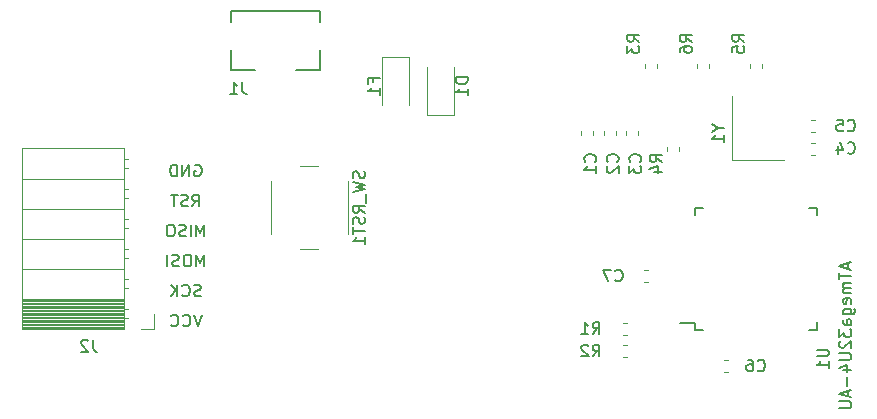
<source format=gbo>
G04 #@! TF.GenerationSoftware,KiCad,Pcbnew,(5.0.0)*
G04 #@! TF.CreationDate,2018-12-24T14:00:07+09:00*
G04 #@! TF.ProjectId,mykeyboard,6D796B6579626F6172642E6B69636164,rev?*
G04 #@! TF.SameCoordinates,Original*
G04 #@! TF.FileFunction,Legend,Bot*
G04 #@! TF.FilePolarity,Positive*
%FSLAX46Y46*%
G04 Gerber Fmt 4.6, Leading zero omitted, Abs format (unit mm)*
G04 Created by KiCad (PCBNEW (5.0.0)) date 12/24/18 14:00:07*
%MOMM*%
%LPD*%
G01*
G04 APERTURE LIST*
%ADD10C,0.150000*%
%ADD11C,0.120000*%
G04 APERTURE END LIST*
D10*
X136691666Y-66247142D02*
X136691666Y-66723333D01*
X136977380Y-66151904D02*
X135977380Y-66485238D01*
X136977380Y-66818571D01*
X135977380Y-67009047D02*
X135977380Y-67580476D01*
X136977380Y-67294761D02*
X135977380Y-67294761D01*
X136977380Y-67913809D02*
X136310714Y-67913809D01*
X136405952Y-67913809D02*
X136358333Y-67961428D01*
X136310714Y-68056666D01*
X136310714Y-68199523D01*
X136358333Y-68294761D01*
X136453571Y-68342380D01*
X136977380Y-68342380D01*
X136453571Y-68342380D02*
X136358333Y-68390000D01*
X136310714Y-68485238D01*
X136310714Y-68628095D01*
X136358333Y-68723333D01*
X136453571Y-68770952D01*
X136977380Y-68770952D01*
X136929761Y-69628095D02*
X136977380Y-69532857D01*
X136977380Y-69342380D01*
X136929761Y-69247142D01*
X136834523Y-69199523D01*
X136453571Y-69199523D01*
X136358333Y-69247142D01*
X136310714Y-69342380D01*
X136310714Y-69532857D01*
X136358333Y-69628095D01*
X136453571Y-69675714D01*
X136548809Y-69675714D01*
X136644047Y-69199523D01*
X136310714Y-70532857D02*
X137120238Y-70532857D01*
X137215476Y-70485238D01*
X137263095Y-70437619D01*
X137310714Y-70342380D01*
X137310714Y-70199523D01*
X137263095Y-70104285D01*
X136929761Y-70532857D02*
X136977380Y-70437619D01*
X136977380Y-70247142D01*
X136929761Y-70151904D01*
X136882142Y-70104285D01*
X136786904Y-70056666D01*
X136501190Y-70056666D01*
X136405952Y-70104285D01*
X136358333Y-70151904D01*
X136310714Y-70247142D01*
X136310714Y-70437619D01*
X136358333Y-70532857D01*
X136977380Y-71437619D02*
X136453571Y-71437619D01*
X136358333Y-71390000D01*
X136310714Y-71294761D01*
X136310714Y-71104285D01*
X136358333Y-71009047D01*
X136929761Y-71437619D02*
X136977380Y-71342380D01*
X136977380Y-71104285D01*
X136929761Y-71009047D01*
X136834523Y-70961428D01*
X136739285Y-70961428D01*
X136644047Y-71009047D01*
X136596428Y-71104285D01*
X136596428Y-71342380D01*
X136548809Y-71437619D01*
X135977380Y-71818571D02*
X135977380Y-72437619D01*
X136358333Y-72104285D01*
X136358333Y-72247142D01*
X136405952Y-72342380D01*
X136453571Y-72390000D01*
X136548809Y-72437619D01*
X136786904Y-72437619D01*
X136882142Y-72390000D01*
X136929761Y-72342380D01*
X136977380Y-72247142D01*
X136977380Y-71961428D01*
X136929761Y-71866190D01*
X136882142Y-71818571D01*
X136072619Y-72818571D02*
X136025000Y-72866190D01*
X135977380Y-72961428D01*
X135977380Y-73199523D01*
X136025000Y-73294761D01*
X136072619Y-73342380D01*
X136167857Y-73390000D01*
X136263095Y-73390000D01*
X136405952Y-73342380D01*
X136977380Y-72770952D01*
X136977380Y-73390000D01*
X135977380Y-73818571D02*
X136786904Y-73818571D01*
X136882142Y-73866190D01*
X136929761Y-73913809D01*
X136977380Y-74009047D01*
X136977380Y-74199523D01*
X136929761Y-74294761D01*
X136882142Y-74342380D01*
X136786904Y-74390000D01*
X135977380Y-74390000D01*
X136310714Y-75294761D02*
X136977380Y-75294761D01*
X135929761Y-75056666D02*
X136644047Y-74818571D01*
X136644047Y-75437619D01*
X136596428Y-75818571D02*
X136596428Y-76580476D01*
X136691666Y-77009047D02*
X136691666Y-77485238D01*
X136977380Y-76913809D02*
X135977380Y-77247142D01*
X136977380Y-77580476D01*
X135977380Y-77913809D02*
X136786904Y-77913809D01*
X136882142Y-77961428D01*
X136929761Y-78009047D01*
X136977380Y-78104285D01*
X136977380Y-78294761D01*
X136929761Y-78389999D01*
X136882142Y-78437619D01*
X136786904Y-78485238D01*
X135977380Y-78485238D01*
X81406904Y-57920000D02*
X81502142Y-57872380D01*
X81645000Y-57872380D01*
X81787857Y-57920000D01*
X81883095Y-58015238D01*
X81930714Y-58110476D01*
X81978333Y-58300952D01*
X81978333Y-58443809D01*
X81930714Y-58634285D01*
X81883095Y-58729523D01*
X81787857Y-58824761D01*
X81645000Y-58872380D01*
X81549761Y-58872380D01*
X81406904Y-58824761D01*
X81359285Y-58777142D01*
X81359285Y-58443809D01*
X81549761Y-58443809D01*
X80930714Y-58872380D02*
X80930714Y-57872380D01*
X80359285Y-58872380D01*
X80359285Y-57872380D01*
X79883095Y-58872380D02*
X79883095Y-57872380D01*
X79645000Y-57872380D01*
X79502142Y-57920000D01*
X79406904Y-58015238D01*
X79359285Y-58110476D01*
X79311666Y-58300952D01*
X79311666Y-58443809D01*
X79359285Y-58634285D01*
X79406904Y-58729523D01*
X79502142Y-58824761D01*
X79645000Y-58872380D01*
X79883095Y-58872380D01*
X81192619Y-61412380D02*
X81525952Y-60936190D01*
X81764047Y-61412380D02*
X81764047Y-60412380D01*
X81383095Y-60412380D01*
X81287857Y-60460000D01*
X81240238Y-60507619D01*
X81192619Y-60602857D01*
X81192619Y-60745714D01*
X81240238Y-60840952D01*
X81287857Y-60888571D01*
X81383095Y-60936190D01*
X81764047Y-60936190D01*
X80811666Y-61364761D02*
X80668809Y-61412380D01*
X80430714Y-61412380D01*
X80335476Y-61364761D01*
X80287857Y-61317142D01*
X80240238Y-61221904D01*
X80240238Y-61126666D01*
X80287857Y-61031428D01*
X80335476Y-60983809D01*
X80430714Y-60936190D01*
X80621190Y-60888571D01*
X80716428Y-60840952D01*
X80764047Y-60793333D01*
X80811666Y-60698095D01*
X80811666Y-60602857D01*
X80764047Y-60507619D01*
X80716428Y-60460000D01*
X80621190Y-60412380D01*
X80383095Y-60412380D01*
X80240238Y-60460000D01*
X79954523Y-60412380D02*
X79383095Y-60412380D01*
X79668809Y-61412380D02*
X79668809Y-60412380D01*
X82216428Y-63952380D02*
X82216428Y-62952380D01*
X81883095Y-63666666D01*
X81549761Y-62952380D01*
X81549761Y-63952380D01*
X81073571Y-63952380D02*
X81073571Y-62952380D01*
X80645000Y-63904761D02*
X80502142Y-63952380D01*
X80264047Y-63952380D01*
X80168809Y-63904761D01*
X80121190Y-63857142D01*
X80073571Y-63761904D01*
X80073571Y-63666666D01*
X80121190Y-63571428D01*
X80168809Y-63523809D01*
X80264047Y-63476190D01*
X80454523Y-63428571D01*
X80549761Y-63380952D01*
X80597380Y-63333333D01*
X80645000Y-63238095D01*
X80645000Y-63142857D01*
X80597380Y-63047619D01*
X80549761Y-63000000D01*
X80454523Y-62952380D01*
X80216428Y-62952380D01*
X80073571Y-63000000D01*
X79454523Y-62952380D02*
X79264047Y-62952380D01*
X79168809Y-63000000D01*
X79073571Y-63095238D01*
X79025952Y-63285714D01*
X79025952Y-63619047D01*
X79073571Y-63809523D01*
X79168809Y-63904761D01*
X79264047Y-63952380D01*
X79454523Y-63952380D01*
X79549761Y-63904761D01*
X79645000Y-63809523D01*
X79692619Y-63619047D01*
X79692619Y-63285714D01*
X79645000Y-63095238D01*
X79549761Y-63000000D01*
X79454523Y-62952380D01*
X82216428Y-66492380D02*
X82216428Y-65492380D01*
X81883095Y-66206666D01*
X81549761Y-65492380D01*
X81549761Y-66492380D01*
X80883095Y-65492380D02*
X80692619Y-65492380D01*
X80597380Y-65540000D01*
X80502142Y-65635238D01*
X80454523Y-65825714D01*
X80454523Y-66159047D01*
X80502142Y-66349523D01*
X80597380Y-66444761D01*
X80692619Y-66492380D01*
X80883095Y-66492380D01*
X80978333Y-66444761D01*
X81073571Y-66349523D01*
X81121190Y-66159047D01*
X81121190Y-65825714D01*
X81073571Y-65635238D01*
X80978333Y-65540000D01*
X80883095Y-65492380D01*
X80073571Y-66444761D02*
X79930714Y-66492380D01*
X79692619Y-66492380D01*
X79597380Y-66444761D01*
X79549761Y-66397142D01*
X79502142Y-66301904D01*
X79502142Y-66206666D01*
X79549761Y-66111428D01*
X79597380Y-66063809D01*
X79692619Y-66016190D01*
X79883095Y-65968571D01*
X79978333Y-65920952D01*
X80025952Y-65873333D01*
X80073571Y-65778095D01*
X80073571Y-65682857D01*
X80025952Y-65587619D01*
X79978333Y-65540000D01*
X79883095Y-65492380D01*
X79645000Y-65492380D01*
X79502142Y-65540000D01*
X79073571Y-66492380D02*
X79073571Y-65492380D01*
X81930714Y-68984761D02*
X81787857Y-69032380D01*
X81549761Y-69032380D01*
X81454523Y-68984761D01*
X81406904Y-68937142D01*
X81359285Y-68841904D01*
X81359285Y-68746666D01*
X81406904Y-68651428D01*
X81454523Y-68603809D01*
X81549761Y-68556190D01*
X81740238Y-68508571D01*
X81835476Y-68460952D01*
X81883095Y-68413333D01*
X81930714Y-68318095D01*
X81930714Y-68222857D01*
X81883095Y-68127619D01*
X81835476Y-68080000D01*
X81740238Y-68032380D01*
X81502142Y-68032380D01*
X81359285Y-68080000D01*
X80359285Y-68937142D02*
X80406904Y-68984761D01*
X80549761Y-69032380D01*
X80645000Y-69032380D01*
X80787857Y-68984761D01*
X80883095Y-68889523D01*
X80930714Y-68794285D01*
X80978333Y-68603809D01*
X80978333Y-68460952D01*
X80930714Y-68270476D01*
X80883095Y-68175238D01*
X80787857Y-68080000D01*
X80645000Y-68032380D01*
X80549761Y-68032380D01*
X80406904Y-68080000D01*
X80359285Y-68127619D01*
X79930714Y-69032380D02*
X79930714Y-68032380D01*
X79359285Y-69032380D02*
X79787857Y-68460952D01*
X79359285Y-68032380D02*
X79930714Y-68603809D01*
X81978333Y-70572380D02*
X81645000Y-71572380D01*
X81311666Y-70572380D01*
X80406904Y-71477142D02*
X80454523Y-71524761D01*
X80597380Y-71572380D01*
X80692619Y-71572380D01*
X80835476Y-71524761D01*
X80930714Y-71429523D01*
X80978333Y-71334285D01*
X81025952Y-71143809D01*
X81025952Y-71000952D01*
X80978333Y-70810476D01*
X80930714Y-70715238D01*
X80835476Y-70620000D01*
X80692619Y-70572380D01*
X80597380Y-70572380D01*
X80454523Y-70620000D01*
X80406904Y-70667619D01*
X79406904Y-71477142D02*
X79454523Y-71524761D01*
X79597380Y-71572380D01*
X79692619Y-71572380D01*
X79835476Y-71524761D01*
X79930714Y-71429523D01*
X79978333Y-71334285D01*
X80025952Y-71143809D01*
X80025952Y-71000952D01*
X79978333Y-70810476D01*
X79930714Y-70715238D01*
X79835476Y-70620000D01*
X79692619Y-70572380D01*
X79597380Y-70572380D01*
X79454523Y-70620000D01*
X79406904Y-70667619D01*
D11*
G04 #@! TO.C,Y1*
X126875000Y-57490000D02*
X126875000Y-52090000D01*
X131275000Y-57490000D02*
X126875000Y-57490000D01*
G04 #@! TO.C,SW_RST1*
X90345000Y-58020000D02*
X91845000Y-58020000D01*
X94345000Y-59270000D02*
X94345000Y-63770000D01*
X91845000Y-65020000D02*
X90345000Y-65020000D01*
X87845000Y-63770000D02*
X87845000Y-59270000D01*
G04 #@! TO.C,J2*
X76835000Y-71815000D02*
X77945000Y-71815000D01*
X77945000Y-71815000D02*
X77945000Y-70485000D01*
X66745000Y-71815000D02*
X66745000Y-56455000D01*
X66745000Y-56455000D02*
X75375000Y-56455000D01*
X75375000Y-71815000D02*
X75375000Y-56455000D01*
X66745000Y-71815000D02*
X75375000Y-71815000D01*
X66745000Y-59055000D02*
X75375000Y-59055000D01*
X66745000Y-61595000D02*
X75375000Y-61595000D01*
X66745000Y-64135000D02*
X75375000Y-64135000D01*
X66745000Y-66675000D02*
X75375000Y-66675000D01*
X66745000Y-69215000D02*
X75375000Y-69215000D01*
X75375000Y-57425000D02*
X75785000Y-57425000D01*
X75375000Y-58145000D02*
X75785000Y-58145000D01*
X75375000Y-59965000D02*
X75785000Y-59965000D01*
X75375000Y-60685000D02*
X75785000Y-60685000D01*
X75375000Y-62505000D02*
X75785000Y-62505000D01*
X75375000Y-63225000D02*
X75785000Y-63225000D01*
X75375000Y-65045000D02*
X75785000Y-65045000D01*
X75375000Y-65765000D02*
X75785000Y-65765000D01*
X75375000Y-67585000D02*
X75785000Y-67585000D01*
X75375000Y-68305000D02*
X75785000Y-68305000D01*
X75375000Y-70125000D02*
X75725000Y-70125000D01*
X75375000Y-70845000D02*
X75725000Y-70845000D01*
X66745000Y-69333100D02*
X75375000Y-69333100D01*
X66745000Y-69451195D02*
X75375000Y-69451195D01*
X66745000Y-69569290D02*
X75375000Y-69569290D01*
X66745000Y-69687385D02*
X75375000Y-69687385D01*
X66745000Y-69805480D02*
X75375000Y-69805480D01*
X66745000Y-69923575D02*
X75375000Y-69923575D01*
X66745000Y-70041670D02*
X75375000Y-70041670D01*
X66745000Y-70159765D02*
X75375000Y-70159765D01*
X66745000Y-70277860D02*
X75375000Y-70277860D01*
X66745000Y-70395955D02*
X75375000Y-70395955D01*
X66745000Y-70514050D02*
X75375000Y-70514050D01*
X66745000Y-70632145D02*
X75375000Y-70632145D01*
X66745000Y-70750240D02*
X75375000Y-70750240D01*
X66745000Y-70868335D02*
X75375000Y-70868335D01*
X66745000Y-70986430D02*
X75375000Y-70986430D01*
X66745000Y-71104525D02*
X75375000Y-71104525D01*
X66745000Y-71222620D02*
X75375000Y-71222620D01*
X66745000Y-71340715D02*
X75375000Y-71340715D01*
X66745000Y-71458810D02*
X75375000Y-71458810D01*
X66745000Y-71576905D02*
X75375000Y-71576905D01*
X66745000Y-71695000D02*
X75375000Y-71695000D01*
D10*
G04 #@! TO.C,J1*
X92015000Y-49840000D02*
X92015000Y-48190000D01*
X84515000Y-49840000D02*
X84515000Y-48190000D01*
X84515000Y-49840000D02*
X86515000Y-49840000D01*
X92015000Y-45790000D02*
X92015000Y-44840000D01*
X90015000Y-49840000D02*
X92015000Y-49840000D01*
X84515000Y-44840000D02*
X84515000Y-45790000D01*
X92015000Y-44840000D02*
X84515000Y-44840000D01*
D11*
G04 #@! TO.C,C1*
X115148024Y-55056242D02*
X115148024Y-55398776D01*
X114128024Y-55056242D02*
X114128024Y-55398776D01*
G04 #@! TO.C,C2*
X117053024Y-55056242D02*
X117053024Y-55398776D01*
X116033024Y-55056242D02*
X116033024Y-55398776D01*
G04 #@! TO.C,C3*
X117938024Y-55056242D02*
X117938024Y-55398776D01*
X118958024Y-55056242D02*
X118958024Y-55398776D01*
G04 #@! TO.C,C4*
X133573733Y-57025000D02*
X133916267Y-57025000D01*
X133573733Y-56005000D02*
X133916267Y-56005000D01*
G04 #@! TO.C,C5*
X133573733Y-54100000D02*
X133916267Y-54100000D01*
X133573733Y-55120000D02*
X133916267Y-55120000D01*
G04 #@! TO.C,C6*
X126536267Y-74420000D02*
X126193733Y-74420000D01*
X126536267Y-75440000D02*
X126193733Y-75440000D01*
G04 #@! TO.C,C7*
X119791267Y-66800000D02*
X119448733Y-66800000D01*
X119791267Y-67820000D02*
X119448733Y-67820000D01*
G04 #@! TO.C,D1*
X101100000Y-53677500D02*
X101100000Y-49617500D01*
X103370000Y-53677500D02*
X101100000Y-53677500D01*
X103370000Y-49617500D02*
X103370000Y-53677500D01*
G04 #@! TO.C,F1*
X97290000Y-52817500D02*
X97290000Y-48757500D01*
X97290000Y-48757500D02*
X99560000Y-48757500D01*
X99560000Y-48757500D02*
X99560000Y-52817500D01*
G04 #@! TO.C,R1*
X117698733Y-72265000D02*
X118041267Y-72265000D01*
X117698733Y-71245000D02*
X118041267Y-71245000D01*
G04 #@! TO.C,R2*
X117698733Y-73150000D02*
X118041267Y-73150000D01*
X117698733Y-74170000D02*
X118041267Y-74170000D01*
G04 #@! TO.C,R3*
X119505000Y-49358733D02*
X119505000Y-49701267D01*
X120525000Y-49358733D02*
X120525000Y-49701267D01*
G04 #@! TO.C,R4*
X122430000Y-56343733D02*
X122430000Y-56686267D01*
X121410000Y-56343733D02*
X121410000Y-56686267D01*
G04 #@! TO.C,R5*
X129415000Y-49358733D02*
X129415000Y-49701267D01*
X128395000Y-49358733D02*
X128395000Y-49701267D01*
G04 #@! TO.C,R6*
X123950000Y-49358733D02*
X123950000Y-49701267D01*
X124970000Y-49358733D02*
X124970000Y-49701267D01*
D10*
G04 #@! TO.C,U1*
X123730000Y-71850000D02*
X123730000Y-71275000D01*
X134080000Y-71850000D02*
X134080000Y-71175000D01*
X134080000Y-61500000D02*
X134080000Y-62175000D01*
X123730000Y-61500000D02*
X123730000Y-62175000D01*
X123730000Y-71850000D02*
X124405000Y-71850000D01*
X123730000Y-61500000D02*
X124405000Y-61500000D01*
X134080000Y-61500000D02*
X133405000Y-61500000D01*
X134080000Y-71850000D02*
X133405000Y-71850000D01*
X123730000Y-71275000D02*
X122455000Y-71275000D01*
G04 #@! TO.C,Y1*
X125706190Y-54768809D02*
X126182380Y-54768809D01*
X125182380Y-54435476D02*
X125706190Y-54768809D01*
X125182380Y-55102142D01*
X126182380Y-55959285D02*
X126182380Y-55387857D01*
X126182380Y-55673571D02*
X125182380Y-55673571D01*
X125325238Y-55578333D01*
X125420476Y-55483095D01*
X125468095Y-55387857D01*
G04 #@! TO.C,SW_RST1*
X95749761Y-58448571D02*
X95797380Y-58591428D01*
X95797380Y-58829523D01*
X95749761Y-58924761D01*
X95702142Y-58972380D01*
X95606904Y-59020000D01*
X95511666Y-59020000D01*
X95416428Y-58972380D01*
X95368809Y-58924761D01*
X95321190Y-58829523D01*
X95273571Y-58639047D01*
X95225952Y-58543809D01*
X95178333Y-58496190D01*
X95083095Y-58448571D01*
X94987857Y-58448571D01*
X94892619Y-58496190D01*
X94845000Y-58543809D01*
X94797380Y-58639047D01*
X94797380Y-58877142D01*
X94845000Y-59020000D01*
X94797380Y-59353333D02*
X95797380Y-59591428D01*
X95083095Y-59781904D01*
X95797380Y-59972380D01*
X94797380Y-60210476D01*
X95892619Y-60353333D02*
X95892619Y-61115238D01*
X95797380Y-61924761D02*
X95321190Y-61591428D01*
X95797380Y-61353333D02*
X94797380Y-61353333D01*
X94797380Y-61734285D01*
X94845000Y-61829523D01*
X94892619Y-61877142D01*
X94987857Y-61924761D01*
X95130714Y-61924761D01*
X95225952Y-61877142D01*
X95273571Y-61829523D01*
X95321190Y-61734285D01*
X95321190Y-61353333D01*
X95749761Y-62305714D02*
X95797380Y-62448571D01*
X95797380Y-62686666D01*
X95749761Y-62781904D01*
X95702142Y-62829523D01*
X95606904Y-62877142D01*
X95511666Y-62877142D01*
X95416428Y-62829523D01*
X95368809Y-62781904D01*
X95321190Y-62686666D01*
X95273571Y-62496190D01*
X95225952Y-62400952D01*
X95178333Y-62353333D01*
X95083095Y-62305714D01*
X94987857Y-62305714D01*
X94892619Y-62353333D01*
X94845000Y-62400952D01*
X94797380Y-62496190D01*
X94797380Y-62734285D01*
X94845000Y-62877142D01*
X94797380Y-63162857D02*
X94797380Y-63734285D01*
X95797380Y-63448571D02*
X94797380Y-63448571D01*
X95797380Y-64591428D02*
X95797380Y-64020000D01*
X95797380Y-64305714D02*
X94797380Y-64305714D01*
X94940238Y-64210476D01*
X95035476Y-64115238D01*
X95083095Y-64020000D01*
G04 #@! TO.C,J2*
X72788333Y-72707380D02*
X72788333Y-73421666D01*
X72835952Y-73564523D01*
X72931190Y-73659761D01*
X73074047Y-73707380D01*
X73169285Y-73707380D01*
X72359761Y-72802619D02*
X72312142Y-72755000D01*
X72216904Y-72707380D01*
X71978809Y-72707380D01*
X71883571Y-72755000D01*
X71835952Y-72802619D01*
X71788333Y-72897857D01*
X71788333Y-72993095D01*
X71835952Y-73135952D01*
X72407380Y-73707380D01*
X71788333Y-73707380D01*
G04 #@! TO.C,J1*
X85423333Y-50887380D02*
X85423333Y-51601666D01*
X85470952Y-51744523D01*
X85566190Y-51839761D01*
X85709047Y-51887380D01*
X85804285Y-51887380D01*
X84423333Y-51887380D02*
X84994761Y-51887380D01*
X84709047Y-51887380D02*
X84709047Y-50887380D01*
X84804285Y-51030238D01*
X84899523Y-51125476D01*
X84994761Y-51173095D01*
G04 #@! TO.C,C1*
X115292142Y-57618333D02*
X115339761Y-57570714D01*
X115387380Y-57427857D01*
X115387380Y-57332619D01*
X115339761Y-57189761D01*
X115244523Y-57094523D01*
X115149285Y-57046904D01*
X114958809Y-56999285D01*
X114815952Y-56999285D01*
X114625476Y-57046904D01*
X114530238Y-57094523D01*
X114435000Y-57189761D01*
X114387380Y-57332619D01*
X114387380Y-57427857D01*
X114435000Y-57570714D01*
X114482619Y-57618333D01*
X115387380Y-58570714D02*
X115387380Y-57999285D01*
X115387380Y-58285000D02*
X114387380Y-58285000D01*
X114530238Y-58189761D01*
X114625476Y-58094523D01*
X114673095Y-57999285D01*
G04 #@! TO.C,C2*
X117197142Y-57618333D02*
X117244761Y-57570714D01*
X117292380Y-57427857D01*
X117292380Y-57332619D01*
X117244761Y-57189761D01*
X117149523Y-57094523D01*
X117054285Y-57046904D01*
X116863809Y-56999285D01*
X116720952Y-56999285D01*
X116530476Y-57046904D01*
X116435238Y-57094523D01*
X116340000Y-57189761D01*
X116292380Y-57332619D01*
X116292380Y-57427857D01*
X116340000Y-57570714D01*
X116387619Y-57618333D01*
X116387619Y-57999285D02*
X116340000Y-58046904D01*
X116292380Y-58142142D01*
X116292380Y-58380238D01*
X116340000Y-58475476D01*
X116387619Y-58523095D01*
X116482857Y-58570714D01*
X116578095Y-58570714D01*
X116720952Y-58523095D01*
X117292380Y-57951666D01*
X117292380Y-58570714D01*
G04 #@! TO.C,C3*
X119102142Y-57618333D02*
X119149761Y-57570714D01*
X119197380Y-57427857D01*
X119197380Y-57332619D01*
X119149761Y-57189761D01*
X119054523Y-57094523D01*
X118959285Y-57046904D01*
X118768809Y-56999285D01*
X118625952Y-56999285D01*
X118435476Y-57046904D01*
X118340238Y-57094523D01*
X118245000Y-57189761D01*
X118197380Y-57332619D01*
X118197380Y-57427857D01*
X118245000Y-57570714D01*
X118292619Y-57618333D01*
X118197380Y-57951666D02*
X118197380Y-58570714D01*
X118578333Y-58237380D01*
X118578333Y-58380238D01*
X118625952Y-58475476D01*
X118673571Y-58523095D01*
X118768809Y-58570714D01*
X119006904Y-58570714D01*
X119102142Y-58523095D01*
X119149761Y-58475476D01*
X119197380Y-58380238D01*
X119197380Y-58094523D01*
X119149761Y-57999285D01*
X119102142Y-57951666D01*
G04 #@! TO.C,C4*
X136691666Y-56872142D02*
X136739285Y-56919761D01*
X136882142Y-56967380D01*
X136977380Y-56967380D01*
X137120238Y-56919761D01*
X137215476Y-56824523D01*
X137263095Y-56729285D01*
X137310714Y-56538809D01*
X137310714Y-56395952D01*
X137263095Y-56205476D01*
X137215476Y-56110238D01*
X137120238Y-56015000D01*
X136977380Y-55967380D01*
X136882142Y-55967380D01*
X136739285Y-56015000D01*
X136691666Y-56062619D01*
X135834523Y-56300714D02*
X135834523Y-56967380D01*
X136072619Y-55919761D02*
X136310714Y-56634047D01*
X135691666Y-56634047D01*
G04 #@! TO.C,C5*
X136691666Y-54967142D02*
X136739285Y-55014761D01*
X136882142Y-55062380D01*
X136977380Y-55062380D01*
X137120238Y-55014761D01*
X137215476Y-54919523D01*
X137263095Y-54824285D01*
X137310714Y-54633809D01*
X137310714Y-54490952D01*
X137263095Y-54300476D01*
X137215476Y-54205238D01*
X137120238Y-54110000D01*
X136977380Y-54062380D01*
X136882142Y-54062380D01*
X136739285Y-54110000D01*
X136691666Y-54157619D01*
X135786904Y-54062380D02*
X136263095Y-54062380D01*
X136310714Y-54538571D01*
X136263095Y-54490952D01*
X136167857Y-54443333D01*
X135929761Y-54443333D01*
X135834523Y-54490952D01*
X135786904Y-54538571D01*
X135739285Y-54633809D01*
X135739285Y-54871904D01*
X135786904Y-54967142D01*
X135834523Y-55014761D01*
X135929761Y-55062380D01*
X136167857Y-55062380D01*
X136263095Y-55014761D01*
X136310714Y-54967142D01*
G04 #@! TO.C,C6*
X129071666Y-75287142D02*
X129119285Y-75334761D01*
X129262142Y-75382380D01*
X129357380Y-75382380D01*
X129500238Y-75334761D01*
X129595476Y-75239523D01*
X129643095Y-75144285D01*
X129690714Y-74953809D01*
X129690714Y-74810952D01*
X129643095Y-74620476D01*
X129595476Y-74525238D01*
X129500238Y-74430000D01*
X129357380Y-74382380D01*
X129262142Y-74382380D01*
X129119285Y-74430000D01*
X129071666Y-74477619D01*
X128214523Y-74382380D02*
X128405000Y-74382380D01*
X128500238Y-74430000D01*
X128547857Y-74477619D01*
X128643095Y-74620476D01*
X128690714Y-74810952D01*
X128690714Y-75191904D01*
X128643095Y-75287142D01*
X128595476Y-75334761D01*
X128500238Y-75382380D01*
X128309761Y-75382380D01*
X128214523Y-75334761D01*
X128166904Y-75287142D01*
X128119285Y-75191904D01*
X128119285Y-74953809D01*
X128166904Y-74858571D01*
X128214523Y-74810952D01*
X128309761Y-74763333D01*
X128500238Y-74763333D01*
X128595476Y-74810952D01*
X128643095Y-74858571D01*
X128690714Y-74953809D01*
G04 #@! TO.C,C7*
X117006666Y-67667142D02*
X117054285Y-67714761D01*
X117197142Y-67762380D01*
X117292380Y-67762380D01*
X117435238Y-67714761D01*
X117530476Y-67619523D01*
X117578095Y-67524285D01*
X117625714Y-67333809D01*
X117625714Y-67190952D01*
X117578095Y-67000476D01*
X117530476Y-66905238D01*
X117435238Y-66810000D01*
X117292380Y-66762380D01*
X117197142Y-66762380D01*
X117054285Y-66810000D01*
X117006666Y-66857619D01*
X116673333Y-66762380D02*
X116006666Y-66762380D01*
X116435238Y-67762380D01*
G04 #@! TO.C,D1*
X104507380Y-50479404D02*
X103507380Y-50479404D01*
X103507380Y-50717500D01*
X103555000Y-50860357D01*
X103650238Y-50955595D01*
X103745476Y-51003214D01*
X103935952Y-51050833D01*
X104078809Y-51050833D01*
X104269285Y-51003214D01*
X104364523Y-50955595D01*
X104459761Y-50860357D01*
X104507380Y-50717500D01*
X104507380Y-50479404D01*
X104507380Y-52003214D02*
X104507380Y-51431785D01*
X104507380Y-51717500D02*
X103507380Y-51717500D01*
X103650238Y-51622261D01*
X103745476Y-51527023D01*
X103793095Y-51431785D01*
G04 #@! TO.C,F1*
X96533571Y-50884166D02*
X96533571Y-50550833D01*
X97057380Y-50550833D02*
X96057380Y-50550833D01*
X96057380Y-51027023D01*
X97057380Y-51931785D02*
X97057380Y-51360357D01*
X97057380Y-51646071D02*
X96057380Y-51646071D01*
X96200238Y-51550833D01*
X96295476Y-51455595D01*
X96343095Y-51360357D01*
G04 #@! TO.C,R1*
X115101666Y-72207380D02*
X115435000Y-71731190D01*
X115673095Y-72207380D02*
X115673095Y-71207380D01*
X115292142Y-71207380D01*
X115196904Y-71255000D01*
X115149285Y-71302619D01*
X115101666Y-71397857D01*
X115101666Y-71540714D01*
X115149285Y-71635952D01*
X115196904Y-71683571D01*
X115292142Y-71731190D01*
X115673095Y-71731190D01*
X114149285Y-72207380D02*
X114720714Y-72207380D01*
X114435000Y-72207380D02*
X114435000Y-71207380D01*
X114530238Y-71350238D01*
X114625476Y-71445476D01*
X114720714Y-71493095D01*
G04 #@! TO.C,R2*
X115101666Y-74112380D02*
X115435000Y-73636190D01*
X115673095Y-74112380D02*
X115673095Y-73112380D01*
X115292142Y-73112380D01*
X115196904Y-73160000D01*
X115149285Y-73207619D01*
X115101666Y-73302857D01*
X115101666Y-73445714D01*
X115149285Y-73540952D01*
X115196904Y-73588571D01*
X115292142Y-73636190D01*
X115673095Y-73636190D01*
X114720714Y-73207619D02*
X114673095Y-73160000D01*
X114577857Y-73112380D01*
X114339761Y-73112380D01*
X114244523Y-73160000D01*
X114196904Y-73207619D01*
X114149285Y-73302857D01*
X114149285Y-73398095D01*
X114196904Y-73540952D01*
X114768333Y-74112380D01*
X114149285Y-74112380D01*
G04 #@! TO.C,R3*
X119037380Y-47458333D02*
X118561190Y-47125000D01*
X119037380Y-46886904D02*
X118037380Y-46886904D01*
X118037380Y-47267857D01*
X118085000Y-47363095D01*
X118132619Y-47410714D01*
X118227857Y-47458333D01*
X118370714Y-47458333D01*
X118465952Y-47410714D01*
X118513571Y-47363095D01*
X118561190Y-47267857D01*
X118561190Y-46886904D01*
X118037380Y-47791666D02*
X118037380Y-48410714D01*
X118418333Y-48077380D01*
X118418333Y-48220238D01*
X118465952Y-48315476D01*
X118513571Y-48363095D01*
X118608809Y-48410714D01*
X118846904Y-48410714D01*
X118942142Y-48363095D01*
X118989761Y-48315476D01*
X119037380Y-48220238D01*
X119037380Y-47934523D01*
X118989761Y-47839285D01*
X118942142Y-47791666D01*
G04 #@! TO.C,R4*
X120942380Y-57618333D02*
X120466190Y-57285000D01*
X120942380Y-57046904D02*
X119942380Y-57046904D01*
X119942380Y-57427857D01*
X119990000Y-57523095D01*
X120037619Y-57570714D01*
X120132857Y-57618333D01*
X120275714Y-57618333D01*
X120370952Y-57570714D01*
X120418571Y-57523095D01*
X120466190Y-57427857D01*
X120466190Y-57046904D01*
X120275714Y-58475476D02*
X120942380Y-58475476D01*
X119894761Y-58237380D02*
X120609047Y-57999285D01*
X120609047Y-58618333D01*
G04 #@! TO.C,R5*
X127927380Y-47458333D02*
X127451190Y-47125000D01*
X127927380Y-46886904D02*
X126927380Y-46886904D01*
X126927380Y-47267857D01*
X126975000Y-47363095D01*
X127022619Y-47410714D01*
X127117857Y-47458333D01*
X127260714Y-47458333D01*
X127355952Y-47410714D01*
X127403571Y-47363095D01*
X127451190Y-47267857D01*
X127451190Y-46886904D01*
X126927380Y-48363095D02*
X126927380Y-47886904D01*
X127403571Y-47839285D01*
X127355952Y-47886904D01*
X127308333Y-47982142D01*
X127308333Y-48220238D01*
X127355952Y-48315476D01*
X127403571Y-48363095D01*
X127498809Y-48410714D01*
X127736904Y-48410714D01*
X127832142Y-48363095D01*
X127879761Y-48315476D01*
X127927380Y-48220238D01*
X127927380Y-47982142D01*
X127879761Y-47886904D01*
X127832142Y-47839285D01*
G04 #@! TO.C,R6*
X123482380Y-47458333D02*
X123006190Y-47125000D01*
X123482380Y-46886904D02*
X122482380Y-46886904D01*
X122482380Y-47267857D01*
X122530000Y-47363095D01*
X122577619Y-47410714D01*
X122672857Y-47458333D01*
X122815714Y-47458333D01*
X122910952Y-47410714D01*
X122958571Y-47363095D01*
X123006190Y-47267857D01*
X123006190Y-46886904D01*
X122482380Y-48315476D02*
X122482380Y-48125000D01*
X122530000Y-48029761D01*
X122577619Y-47982142D01*
X122720476Y-47886904D01*
X122910952Y-47839285D01*
X123291904Y-47839285D01*
X123387142Y-47886904D01*
X123434761Y-47934523D01*
X123482380Y-48029761D01*
X123482380Y-48220238D01*
X123434761Y-48315476D01*
X123387142Y-48363095D01*
X123291904Y-48410714D01*
X123053809Y-48410714D01*
X122958571Y-48363095D01*
X122910952Y-48315476D01*
X122863333Y-48220238D01*
X122863333Y-48029761D01*
X122910952Y-47934523D01*
X122958571Y-47886904D01*
X123053809Y-47839285D01*
G04 #@! TO.C,U1*
X134072380Y-73533095D02*
X134881904Y-73533095D01*
X134977142Y-73580714D01*
X135024761Y-73628333D01*
X135072380Y-73723571D01*
X135072380Y-73914047D01*
X135024761Y-74009285D01*
X134977142Y-74056904D01*
X134881904Y-74104523D01*
X134072380Y-74104523D01*
X135072380Y-75104523D02*
X135072380Y-74533095D01*
X135072380Y-74818809D02*
X134072380Y-74818809D01*
X134215238Y-74723571D01*
X134310476Y-74628333D01*
X134358095Y-74533095D01*
G04 #@! TD*
M02*

</source>
